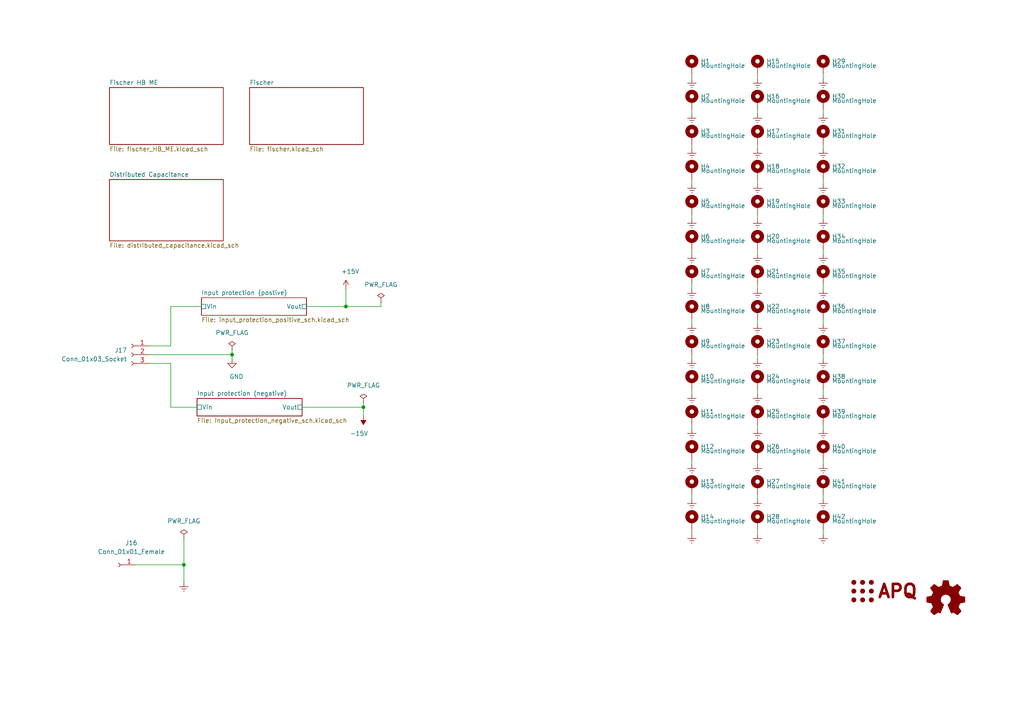
<source format=kicad_sch>
(kicad_sch (version 20230121) (generator eeschema)
  (paper "A4")
  (title_block (title "19\" DIN 41612 Backplane") (date "2020-12-05") (rev "v1.0.0") (comment 1 "Copyright (©) 2020, Patrick Baus <patrick.baus@physik.tu-darmstadt.de>") (comment 2 "Licensed under CERN OHL v.1.2"))
  (lib_symbols
    (symbol "Connector:Conn_01x01_Socket" (pin_names (offset 1.016) hide)
      (property "Reference" "J" (at 0 2.54 0))
      (property "Value" "Conn_01x01_Socket" (at 0 -2.54 0))
      (symbol "Conn_01x01_Socket_1_1"
        (polyline (pts (xy -1.27 0) (xy -0.508 0)) (stroke (width 0.1524)))
        (arc (start 0 0.508) (mid -0.5058 0) (end 0 -0.508) (stroke (width 0.1524)))
        (pin passive line (at -5.08 0 0) (length 3.81) (name "Pin_1") (number "1"))
      )
    )
    (symbol "Connector:Conn_01x03_Socket" (pin_names (offset 1.016) hide)
      (property "Reference" "J" (at 0 5.08 0))
      (property "Value" "Conn_01x03_Socket" (at 0 -5.08 0))
      (symbol "Conn_01x03_Socket_1_1"
        (arc (start 0 -2.032) (mid -0.5058 -2.54) (end 0 -3.048) (stroke (width 0.1524)))
        (polyline (pts (xy -1.27 -2.54) (xy -0.508 -2.54)) (stroke (width 0.1524)))
        (polyline (pts (xy -1.27 0) (xy -0.508 0)) (stroke (width 0.1524)))
        (polyline (pts (xy -1.27 2.54) (xy -0.508 2.54)) (stroke (width 0.1524)))
        (arc (start 0 0.508) (mid -0.5058 0) (end 0 -0.508) (stroke (width 0.1524)))
        (arc (start 0 3.048) (mid -0.5058 2.54) (end 0 2.032) (stroke (width 0.1524)))
        (pin passive line (at -5.08 2.54 0) (length 3.81) (name "Pin_1") (number "1"))
        (pin passive line (at -5.08 0 0) (length 3.81) (name "Pin_2") (number "2"))
        (pin passive line (at -5.08 -2.54 0) (length 3.81) (name "Pin_3") (number "3"))
      )
    )
    (symbol "Custom_logos:Logo_APQ" (pin_names (offset 1.016))
      (symbol "Logo_APQ_0_0"
        (text "APQ" (at 17.78 0 0) (effects (font (size 3.81 3.81) bold)))
      )
      (symbol "Logo_APQ_0_1"
        (circle (center 5.08 0) (radius 0.635) (fill (type outline)))
        (circle (center 5.08 2.54) (radius 0.635) (fill (type outline)))
        (circle (center 7.62 0) (radius 0.635) (fill (type outline)))
        (circle (center 7.62 2.54) (radius 0.635) (fill (type outline)))
        (circle (center 10.16 2.54) (radius 0.635) (fill (type outline)))
      )
      (symbol "Logo_APQ_1_1"
        (circle (center 5.08 -2.54) (radius 0.635) (fill (type outline)))
        (circle (center 7.62 -2.54) (radius 0.635) (fill (type outline)))
        (circle (center 10.16 -2.54) (radius 0.635) (fill (type outline)))
        (circle (center 10.16 0) (radius 0.635) (fill (type outline)))
      )
    )
    (symbol "Graphic:Logo_Open_Hardware_Small" (in_bom no) (on_board no)
      (symbol "Logo_Open_Hardware_Small_0_1"
        (polyline (pts (xy 3.3528 -4.3434) (xy 3.302 -4.318) (xy 3.175 -4.2418) (xy 2.9972 -4.1148) (xy 2.7686 -3.9624) (xy 2.54 -3.81) (xy 2.3622 -3.7084) (xy 2.2352 -3.6068) (xy 2.1844 -3.5814) (xy 2.159 -3.6068) (xy 2.0574 -3.6576) (xy 1.905 -3.7338) (xy 1.8034 -3.7846) (xy 1.6764 -3.8354) (xy 1.6002 -3.8354) (xy 1.6002 -3.8354) (xy 1.5494 -3.7338) (xy 1.4732 -3.5306) (xy 1.3462 -3.302) (xy 1.2446 -3.0226) (xy 1.1176 -2.7178) (xy 0.9652 -2.413) (xy 0.8636 -2.1082) (xy 0.7366 -1.8288) (xy 0.6604 -1.6256) (xy 0.6096 -1.4732) (xy 0.5842 -1.397) (xy 0.5842 -1.397) (xy 0.6604 -1.3208) (xy 0.7874 -1.2446) (xy 1.0414 -1.016) (xy 1.2954 -0.6858) (xy 1.4478 -0.3302) (xy 1.524 0.0762) (xy 1.4732 0.4572) (xy 1.3208 0.8128) (xy 1.0668 1.143) (xy 0.762 1.3716) (xy 0.4064 1.524) (xy 0 1.5748) (xy -0.381 1.5494) (xy -0.7366 1.397) (xy -1.0668 1.143) (xy -1.2192 0.9906) (xy -1.397 0.6604) (xy -1.524 0.3048) (xy -1.524 0.2286) (xy -1.4986 -0.1778) (xy -1.397 -0.5334) (xy -1.1938 -0.8636) (xy -0.9144 -1.143) (xy -0.8636 -1.1684) (xy -0.7366 -1.27) (xy -0.635 -1.3462) (xy -0.5842 -1.397) (xy -1.0668 -2.5908) (xy -1.143 -2.794) (xy -1.2954 -3.1242) (xy -1.397 -3.4036) (xy -1.4986 -3.6322) (xy -1.5748 -3.7846) (xy -1.6002 -3.8354) (xy -1.6002 -3.8354) (xy -1.651 -3.8354) (xy -1.7272 -3.81) (xy -1.905 -3.7338) (xy -2.0066 -3.683) (xy -2.1336 -3.6068) (xy -2.2098 -3.5814) (xy -2.2606 -3.6068) (xy -2.3622 -3.683) (xy -2.54 -3.81) (xy -2.7686 -3.9624) (xy -2.9718 -4.0894) (xy -3.1496 -4.2164) (xy -3.302 -4.318) (xy -3.3528 -4.3434) (xy -3.3782 -4.3434) (xy -3.429 -4.318) (xy -3.5306 -4.2164) (xy -3.7084 -4.064) (xy -3.937 -3.8354) (xy -3.9624 -3.81) (xy -4.1656 -3.6068) (xy -4.318 -3.4544) (xy -4.4196 -3.3274) (xy -4.445 -3.2766) (xy -4.445 -3.2766) (xy -4.4196 -3.2258) (xy -4.318 -3.0734) (xy -4.2164 -2.8956) (xy -4.064 -2.667) (xy -3.6576 -2.0828) (xy -3.8862 -1.5494) (xy -3.937 -1.3716) (xy -4.0386 -1.1684) (xy -4.0894 -1.0414) (xy -4.1148 -0.9652) (xy -4.191 -0.9398) (xy -4.318 -0.9144) (xy -4.5466 -0.8636) (xy -4.8006 -0.8128) (xy -5.0546 -0.7874) (xy -5.2578 -0.7366) (xy -5.4356 -0.7112) (xy -5.5118 -0.6858) (xy -5.5118 -0.6858) (xy -5.5372 -0.635) (xy -5.5372 -0.5588) (xy -5.5372 -0.4318) (xy -5.5626 -0.2286) (xy -5.5626 0.0762) (xy -5.5626 0.127) (xy -5.5372 0.4064) (xy -5.5372 0.635) (xy -5.5372 0.762) (xy -5.5372 0.8382) (xy -5.5372 0.8382) (xy -5.461 0.8382) (xy -5.3086 0.889) (xy -5.08 0.9144) (xy -4.826 0.9652) (xy -4.8006 0.9906) (xy -4.5466 1.0414) (xy -4.318 1.0668) (xy -4.1656 1.1176) (xy -4.0894 1.143) (xy -4.0894 1.143) (xy -4.0386 1.2446) (xy -3.9624 1.4224) (xy -3.8608 1.6256) (xy -3.7846 1.8288) (xy -3.7084 2.0066) (xy -3.6576 2.159) (xy -3.6322 2.2098) (xy -3.6322 2.2098) (xy -3.683 2.286) (xy -3.7592 2.413) (xy -3.8862 2.5908) (xy -4.064 2.8194) (xy -4.064 2.8448) (xy -4.2164 3.0734) (xy -4.3434 3.2512) (xy -4.4196 3.3782) (xy -4.445 3.4544) (xy -4.445 3.4544) (xy -4.3942 3.5052) (xy -4.2926 3.6322) (xy -4.1148 3.81) (xy -3.937 4.0132) (xy -3.8608 4.064) (xy -3.6576 4.2926) (xy -3.5052 4.4196) (xy -3.4036 4.4958) (xy -3.3528 4.5212) (xy -3.3528 4.5212) (xy -3.302 4.4704) (xy -3.1496 4.3688) (xy -2.9718 4.2418) (xy -2.7432 4.0894) (xy -2.7178 4.0894) (xy -2.4892 3.937) (xy -2.3114 3.81) (xy -2.1844 3.7084) (xy -2.1336 3.683) (xy -2.1082 3.683) (xy -2.032 3.7084) (xy -1.8542 3.7592) (xy -1.6764 3.8354) (xy -1.4732 3.937) (xy -1.27 4.0132) (xy -1.143 4.064) (xy -1.0668 4.1148) (xy -1.0668 4.1148) (xy -1.0414 4.191) (xy -1.016 4.3434) (xy -0.9652 4.572) (xy -0.9144 4.8514) (xy -0.889 4.9022) (xy -0.8382 5.1562) (xy -0.8128 5.3848) (xy -0.7874 5.5372) (xy -0.762 5.588) (xy -0.7112 5.6134) (xy -0.5842 5.6134) (xy -0.4064 5.6134) (xy -0.1524 5.6134) (xy 0.0762 5.6134) (xy 0.3302 5.6134) (xy 0.5334 5.6134) (xy 0.6858 5.588) (xy 0.7366 5.588) (xy 0.7366 5.588) (xy 0.762 5.5118) (xy 0.8128 5.334) (xy 0.8382 5.1054) (xy 0.9144 4.826) (xy 0.9144 4.7752) (xy 0.9652 4.5212) (xy 1.016 4.2926) (xy 1.0414 4.1402) (xy 1.0668 4.0894) (xy 1.0668 4.0894) (xy 1.1938 4.0386) (xy 1.3716 3.9624) (xy 1.5748 3.8608) (xy 2.0828 3.6576) (xy 2.7178 4.0894) (xy 2.7686 4.1402) (xy 2.9972 4.2926) (xy 3.175 4.4196) (xy 3.302 4.4958) (xy 3.3782 4.5212) (xy 3.3782 4.5212) (xy 3.429 4.4704) (xy 3.556 4.3434) (xy 3.7338 4.191) (xy 3.9116 3.9878) (xy 4.064 3.8354) (xy 4.2418 3.6576) (xy 4.3434 3.556) (xy 4.4196 3.4798) (xy 4.4196 3.429) (xy 4.4196 3.4036) (xy 4.3942 3.3274) (xy 4.2926 3.2004) (xy 4.1656 2.9972) (xy 4.0132 2.794) (xy 3.8862 2.5908) (xy 3.7592 2.3876) (xy 3.6576 2.2352) (xy 3.6322 2.159) (xy 3.6322 2.1336) (xy 3.683 2.0066) (xy 3.7592 1.8288) (xy 3.8608 1.6002) (xy 4.064 1.1176) (xy 4.3942 1.0414) (xy 4.5974 1.016) (xy 4.8768 0.9652) (xy 5.1308 0.9144) (xy 5.5372 0.8382) (xy 5.5626 -0.6604) (xy 5.4864 -0.6858) (xy 5.4356 -0.6858) (xy 5.2832 -0.7366) (xy 5.0546 -0.762) (xy 4.8006 -0.8128) (xy 4.5974 -0.8636) (xy 4.3688 -0.9144) (xy 4.2164 -0.9398) (xy 4.1402 -0.9398) (xy 4.1148 -0.9652) (xy 4.064 -1.0668) (xy 3.9878 -1.2446) (xy 3.9116 -1.4478) (xy 3.81 -1.651) (xy 3.7338 -1.8542) (xy 3.683 -2.0066) (xy 3.6576 -2.0828) (xy 3.683 -2.1336) (xy 3.7846 -2.2606) (xy 3.8862 -2.4638) (xy 4.0386 -2.667) (xy 4.191 -2.8956) (xy 4.318 -3.0734) (xy 4.3942 -3.2004) (xy 4.445 -3.2766) (xy 4.4196 -3.3274) (xy 4.3434 -3.429) (xy 4.1656 -3.5814) (xy 3.937 -3.8354) (xy 3.8862 -3.8608) (xy 3.683 -4.064) (xy 3.5306 -4.2164) (xy 3.4036 -4.318) (xy 3.3528 -4.3434)) (fill (type outline)))
      )
    )
    (symbol "Mechanical:MountingHole_Pad" (pin_numbers hide) (pin_names (offset 1.016) hide)
      (property "Reference" "H" (at 0 6.35 0))
      (property "Value" "MountingHole_Pad" (at 0 4.445 0))
      (symbol "MountingHole_Pad_0_1"
        (circle (center 0 1.27) (radius 1.27) (stroke (width 1.27)))
      )
      (symbol "MountingHole_Pad_1_1"
        (pin input line (at 0 -2.54 90) (length 2.54) (name "1") (number "1"))
      )
    )
    (symbol "power:+15V" (power) (pin_names (offset 0))
      (property "Value" "+15V" (at 0 3.556 0))
      (symbol "+15V_0_1"
        (polyline (pts (xy -0.762 1.27) (xy 0 2.54)))
        (polyline (pts (xy 0 0) (xy 0 2.54)))
        (polyline (pts (xy 0 2.54) (xy 0.762 1.27)))
      )
      (symbol "+15V_1_1"
        (pin power_in line (at 0 0 90) (length 0) hide (name "+15V") (number "1"))
      )
    )
    (symbol "power:-15V" (power) (pin_names (offset 0))
      (property "Value" "-15V" (at 0 3.81 0))
      (symbol "-15V_0_0"
        (pin power_in line (at 0 0 90) (length 0) hide (name "-15V") (number "1"))
      )
      (symbol "-15V_0_1"
        (polyline (pts (xy 0 0) (xy 0 1.27) (xy 0.762 1.27) (xy 0 2.54) (xy -0.762 1.27) (xy 0 1.27)) (fill (type outline)))
      )
    )
    (symbol "power:Earth" (power) (pin_names (offset 0))
      (symbol "Earth_0_1"
        (polyline (pts (xy -0.635 -1.905) (xy 0.635 -1.905)))
        (polyline (pts (xy -0.127 -2.54) (xy 0.127 -2.54)))
        (polyline (pts (xy 0 -1.27) (xy 0 0)))
        (polyline (pts (xy 1.27 -1.27) (xy -1.27 -1.27)))
      )
      (symbol "Earth_1_1"
        (pin power_in line (at 0 0 270) (length 0) hide (name "Earth") (number "1"))
      )
    )
    (symbol "power:GND" (power) (pin_names (offset 0))
      (property "Value" "GND" (at 0 -3.81 0))
      (symbol "GND_0_1"
        (polyline (pts (xy 0 0) (xy 0 -1.27) (xy 1.27 -1.27) (xy 0 -2.54) (xy -1.27 -1.27) (xy 0 -1.27)))
      )
      (symbol "GND_1_1"
        (pin power_in line (at 0 0 270) (length 0) hide (name "GND") (number "1"))
      )
    )
    (symbol "power:PWR_FLAG" (power) (pin_numbers hide) (pin_names (offset 0) hide)
      (property "Value" "PWR_FLAG" (at 0 3.81 0))
      (symbol "PWR_FLAG_0_0"
        (pin power_out line (at 0 0 90) (length 0) (name "pwr") (number "1"))
      )
      (symbol "PWR_FLAG_0_1"
        (polyline (pts (xy 0 0) (xy 0 1.27) (xy -1.016 1.905) (xy 0 2.54) (xy 1.016 1.905) (xy 0 1.27)))
      )
    )
  )
  (junction (at 100.33 88.9))
  (junction (at 105.41 118.11))
  (junction (at 53.34 163.83))
  (junction (at 67.31 102.87))
  (wire (pts (xy 219.71 62.23) (xy 219.71 63.5)))
  (wire (pts (xy 219.71 31.75) (xy 219.71 33.02)))
  (wire (pts (xy 39.37 163.83) (xy 53.34 163.83)))
  (wire (pts (xy 200.66 133.35) (xy 200.66 134.62)))
  (wire (pts (xy 43.18 102.87) (xy 67.31 102.87)))
  (wire (pts (xy 200.66 72.39) (xy 200.66 73.66)))
  (wire (pts (xy 200.66 52.07) (xy 200.66 53.34)))
  (wire (pts (xy 238.76 31.75) (xy 238.76 33.02)))
  (wire (pts (xy 200.66 113.03) (xy 200.66 114.3)))
  (wire (pts (xy 200.66 143.51) (xy 200.66 144.78)))
  (wire (pts (xy 238.76 102.87) (xy 238.76 104.14)))
  (wire (pts (xy 100.33 83.82) (xy 100.33 88.9)))
  (wire (pts (xy 219.71 41.91) (xy 219.71 43.18)))
  (wire (pts (xy 219.71 133.35) (xy 219.71 134.62)))
  (wire (pts (xy 219.71 102.87) (xy 219.71 104.14)))
  (wire (pts (xy 105.41 118.11) (xy 105.41 120.65)))
  (wire (pts (xy 219.71 113.03) (xy 219.71 114.3)))
  (wire (pts (xy 200.66 153.67) (xy 200.66 154.94)))
  (wire (pts (xy 53.34 156.21) (xy 53.34 163.83)))
  (wire (pts (xy 219.71 92.71) (xy 219.71 93.98)))
  (wire (pts (xy 200.66 21.59) (xy 200.66 22.86)))
  (wire (pts (xy 238.76 21.59) (xy 238.76 22.86)))
  (wire (pts (xy 200.66 123.19) (xy 200.66 124.46)))
  (wire (pts (xy 100.33 88.9) (xy 110.49 88.9)))
  (wire (pts (xy 238.76 123.19) (xy 238.76 124.46)))
  (wire (pts (xy 219.71 82.55) (xy 219.71 83.82)))
  (wire (pts (xy 238.76 153.67) (xy 238.76 154.94)))
  (wire (pts (xy 238.76 72.39) (xy 238.76 73.66)))
  (wire (pts (xy 219.71 153.67) (xy 219.71 154.94)))
  (wire (pts (xy 53.34 163.83) (xy 53.34 168.91)))
  (wire (pts (xy 238.76 143.51) (xy 238.76 144.78)))
  (wire (pts (xy 49.53 100.33) (xy 43.18 100.33)))
  (wire (pts (xy 238.76 62.23) (xy 238.76 63.5)))
  (wire (pts (xy 49.53 105.41) (xy 43.18 105.41)))
  (wire (pts (xy 219.71 123.19) (xy 219.71 124.46)))
  (wire (pts (xy 238.76 82.55) (xy 238.76 83.82)))
  (wire (pts (xy 200.66 92.71) (xy 200.66 93.98)))
  (wire (pts (xy 200.66 82.55) (xy 200.66 83.82)))
  (wire (pts (xy 238.76 133.35) (xy 238.76 134.62)))
  (wire (pts (xy 67.31 101.6) (xy 67.31 102.87)))
  (wire (pts (xy 110.49 88.9) (xy 110.49 87.63)))
  (wire (pts (xy 49.53 88.9) (xy 58.42 88.9)))
  (wire (pts (xy 219.71 72.39) (xy 219.71 73.66)))
  (wire (pts (xy 88.9 88.9) (xy 100.33 88.9)))
  (wire (pts (xy 238.76 52.07) (xy 238.76 53.34)))
  (wire (pts (xy 219.71 52.07) (xy 219.71 53.34)))
  (wire (pts (xy 200.66 31.75) (xy 200.66 33.02)))
  (wire (pts (xy 238.76 41.91) (xy 238.76 43.18)))
  (wire (pts (xy 200.66 102.87) (xy 200.66 104.14)))
  (wire (pts (xy 87.63 118.11) (xy 105.41 118.11)))
  (wire (pts (xy 219.71 21.59) (xy 219.71 22.86)))
  (wire (pts (xy 219.71 143.51) (xy 219.71 144.78)))
  (wire (pts (xy 200.66 62.23) (xy 200.66 63.5)))
  (wire (pts (xy 49.53 118.11) (xy 57.15 118.11)))
  (wire (pts (xy 200.66 41.91) (xy 200.66 43.18)))
  (wire (pts (xy 105.41 116.84) (xy 105.41 118.11)))
  (wire (pts (xy 49.53 88.9) (xy 49.53 100.33)))
  (wire (pts (xy 49.53 118.11) (xy 49.53 105.41)))
  (wire (pts (xy 238.76 92.71) (xy 238.76 93.98)))
  (wire (pts (xy 67.31 102.87) (xy 67.31 104.14)))
  (wire (pts (xy 238.76 113.03) (xy 238.76 114.3)))
  (symbol (lib_id "Graphic:Logo_Open_Hardware_Small") (at 274.32 173.99 0) (unit 1) (in_bom no)
    (property "Reference" "LOGO2" (effects hide))
    (property "Value" "Logo_Open_Hardware_Small" (effects hide))
    (property "Footprint" "Symbol:OSHW-Logo_7.5x8mm_SilkScreen" (effects hide))
  )
  (symbol (lib_id "Custom_logos:Logo_APQ") (at 242.57 171.45 0) (unit 1) (in_bom no)
    (property "Reference" "LOGO1" (effects hide))
    (property "Value" "Logo_APQ" (effects hide))
    (property "Footprint" "Custom_footprints_project:APQ-Logo_small" (effects hide))
    (property "DNP" "1" (effects hide))
  )
  (symbol (lib_id "Mechanical:MountingHole_Pad") (at 200.66 19.05 0) (unit 1) (in_bom no)
    (property "Reference" "H1" (at 203.2 17.78 0) (effects (justify left)))
    (property "Value" "MountingHole" (at 203.2 19.05 0) (effects (justify left)))
    (property "Footprint" "MountingHole:MountingHole_2.7mm_M2.5_DIN965_Pad" (effects hide))
  )
  (symbol (lib_id "Mechanical:MountingHole_Pad") (at 200.66 29.21 0) (unit 1)
    (property "Reference" "H2" (at 203.2 27.94 0) (effects (justify left)))
    (property "Value" "MountingHole" (at 203.2 29.21 0) (effects (justify left)))
    (property "Footprint" "MountingHole:MountingHole_2.7mm_M2.5_DIN965_Pad" (effects hide))
  )
  (symbol (lib_id "Mechanical:MountingHole_Pad") (at 219.71 19.05 0) (unit 1) (in_bom no)
    (property "Reference" "H15" (at 222.25 17.78 0) (effects (justify left)))
    (property "Value" "MountingHole" (at 222.25 19.05 0) (effects (justify left)))
    (property "Footprint" "MountingHole:MountingHole_2.7mm_M2.5_DIN965_Pad" (effects hide))
  )
  (symbol (lib_id "Mechanical:MountingHole_Pad") (at 219.71 29.21 0) (unit 1)
    (property "Reference" "H16" (at 222.25 27.94 0) (effects (justify left)))
    (property "Value" "MountingHole" (at 222.25 29.21 0) (effects (justify left)))
    (property "Footprint" "MountingHole:MountingHole_2.7mm_M2.5_DIN965_Pad" (effects hide))
  )
  (symbol (lib_id "Mechanical:MountingHole_Pad") (at 238.76 19.05 0) (unit 1) (in_bom no)
    (property "Reference" "H29" (at 241.3 17.78 0) (effects (justify left)))
    (property "Value" "MountingHole" (at 241.3 19.05 0) (effects (justify left)))
    (property "Footprint" "MountingHole:MountingHole_2.7mm_M2.5_DIN965_Pad" (effects hide))
  )
  (symbol (lib_id "Mechanical:MountingHole_Pad") (at 238.76 29.21 0) (unit 1)
    (property "Reference" "H30" (at 241.3 27.94 0) (effects (justify left)))
    (property "Value" "MountingHole" (at 241.3 29.21 0) (effects (justify left)))
    (property "Footprint" "MountingHole:MountingHole_2.7mm_M2.5_DIN965_Pad" (effects hide))
  )
  (symbol (lib_id "Mechanical:MountingHole_Pad") (at 200.66 39.37 0) (unit 1)
    (property "Reference" "H3" (at 203.2 38.1 0) (effects (justify left)))
    (property "Value" "MountingHole" (at 203.2 39.37 0) (effects (justify left)))
    (property "Footprint" "MountingHole:MountingHole_2.7mm_M2.5_DIN965_Pad" (effects hide))
  )
  (symbol (lib_id "Mechanical:MountingHole_Pad") (at 200.66 49.53 0) (unit 1)
    (property "Reference" "H4" (at 203.2 48.26 0) (effects (justify left)))
    (property "Value" "MountingHole" (at 203.2 49.53 0) (effects (justify left)))
    (property "Footprint" "MountingHole:MountingHole_2.7mm_M2.5_DIN965_Pad" (effects hide))
  )
  (symbol (lib_id "Mechanical:MountingHole_Pad") (at 219.71 39.37 0) (unit 1)
    (property "Reference" "H17" (at 222.25 38.1 0) (effects (justify left)))
    (property "Value" "MountingHole" (at 222.25 39.37 0) (effects (justify left)))
    (property "Footprint" "MountingHole:MountingHole_2.7mm_M2.5_DIN965_Pad" (effects hide))
  )
  (symbol (lib_id "Mechanical:MountingHole_Pad") (at 219.71 49.53 0) (unit 1)
    (property "Reference" "H18" (at 222.25 48.26 0) (effects (justify left)))
    (property "Value" "MountingHole" (at 222.25 49.53 0) (effects (justify left)))
    (property "Footprint" "MountingHole:MountingHole_2.7mm_M2.5_DIN965_Pad" (effects hide))
  )
  (symbol (lib_id "Mechanical:MountingHole_Pad") (at 238.76 39.37 0) (unit 1)
    (property "Reference" "H31" (at 241.3 38.1 0) (effects (justify left)))
    (property "Value" "MountingHole" (at 241.3 39.37 0) (effects (justify left)))
    (property "Footprint" "MountingHole:MountingHole_2.7mm_M2.5_DIN965_Pad" (effects hide))
  )
  (symbol (lib_id "Mechanical:MountingHole_Pad") (at 238.76 49.53 0) (unit 1)
    (property "Reference" "H32" (at 241.3 48.26 0) (effects (justify left)))
    (property "Value" "MountingHole" (at 241.3 49.53 0) (effects (justify left)))
    (property "Footprint" "MountingHole:MountingHole_2.7mm_M2.5_DIN965_Pad" (effects hide))
  )
  (symbol (lib_id "Mechanical:MountingHole_Pad") (at 200.66 59.69 0) (unit 1)
    (property "Reference" "H5" (at 203.2 58.42 0) (effects (justify left)))
    (property "Value" "MountingHole" (at 203.2 59.69 0) (effects (justify left)))
    (property "Footprint" "MountingHole:MountingHole_2.7mm_M2.5_DIN965_Pad" (effects hide))
  )
  (symbol (lib_id "Mechanical:MountingHole_Pad") (at 200.66 69.85 0) (unit 1)
    (property "Reference" "H6" (at 203.2 68.58 0) (effects (justify left)))
    (property "Value" "MountingHole" (at 203.2 69.85 0) (effects (justify left)))
    (property "Footprint" "MountingHole:MountingHole_2.7mm_M2.5_DIN965_Pad" (effects hide))
  )
  (symbol (lib_id "Mechanical:MountingHole_Pad") (at 219.71 59.69 0) (unit 1)
    (property "Reference" "H19" (at 222.25 58.42 0) (effects (justify left)))
    (property "Value" "MountingHole" (at 222.25 59.69 0) (effects (justify left)))
    (property "Footprint" "MountingHole:MountingHole_2.7mm_M2.5_DIN965_Pad" (effects hide))
  )
  (symbol (lib_id "Mechanical:MountingHole_Pad") (at 219.71 69.85 0) (unit 1)
    (property "Reference" "H20" (at 222.25 68.58 0) (effects (justify left)))
    (property "Value" "MountingHole" (at 222.25 69.85 0) (effects (justify left)))
    (property "Footprint" "MountingHole:MountingHole_2.7mm_M2.5_DIN965_Pad" (effects hide))
  )
  (symbol (lib_id "Mechanical:MountingHole_Pad") (at 238.76 59.69 0) (unit 1)
    (property "Reference" "H33" (at 241.3 58.42 0) (effects (justify left)))
    (property "Value" "MountingHole" (at 241.3 59.69 0) (effects (justify left)))
    (property "Footprint" "MountingHole:MountingHole_2.7mm_M2.5_DIN965_Pad" (effects hide))
  )
  (symbol (lib_id "Mechanical:MountingHole_Pad") (at 238.76 69.85 0) (unit 1)
    (property "Reference" "H34" (at 241.3 68.58 0) (effects (justify left)))
    (property "Value" "MountingHole" (at 241.3 69.85 0) (effects (justify left)))
    (property "Footprint" "MountingHole:MountingHole_2.7mm_M2.5_DIN965_Pad" (effects hide))
  )
  (symbol (lib_id "Mechanical:MountingHole_Pad") (at 200.66 80.01 0) (unit 1)
    (property "Reference" "H7" (at 203.2 78.74 0) (effects (justify left)))
    (property "Value" "MountingHole" (at 203.2 80.01 0) (effects (justify left)))
    (property "Footprint" "MountingHole:MountingHole_2.7mm_M2.5_DIN965_Pad" (effects hide))
  )
  (symbol (lib_id "Mechanical:MountingHole_Pad") (at 200.66 90.17 0) (unit 1)
    (property "Reference" "H8" (at 203.2 88.9 0) (effects (justify left)))
    (property "Value" "MountingHole" (at 203.2 90.17 0) (effects (justify left)))
    (property "Footprint" "MountingHole:MountingHole_2.7mm_M2.5_DIN965_Pad" (effects hide))
  )
  (symbol (lib_id "Mechanical:MountingHole_Pad") (at 219.71 80.01 0) (unit 1)
    (property "Reference" "H21" (at 222.25 78.74 0) (effects (justify left)))
    (property "Value" "MountingHole" (at 222.25 80.01 0) (effects (justify left)))
    (property "Footprint" "MountingHole:MountingHole_2.7mm_M2.5_DIN965_Pad" (effects hide))
  )
  (symbol (lib_id "Mechanical:MountingHole_Pad") (at 219.71 90.17 0) (unit 1)
    (property "Reference" "H22" (at 222.25 88.9 0) (effects (justify left)))
    (property "Value" "MountingHole" (at 222.25 90.17 0) (effects (justify left)))
    (property "Footprint" "MountingHole:MountingHole_2.7mm_M2.5_DIN965_Pad" (effects hide))
  )
  (symbol (lib_id "Mechanical:MountingHole_Pad") (at 238.76 80.01 0) (unit 1)
    (property "Reference" "H35" (at 241.3 78.74 0) (effects (justify left)))
    (property "Value" "MountingHole" (at 241.3 80.01 0) (effects (justify left)))
    (property "Footprint" "MountingHole:MountingHole_2.7mm_M2.5_DIN965_Pad" (effects hide))
  )
  (symbol (lib_id "Mechanical:MountingHole_Pad") (at 238.76 90.17 0) (unit 1)
    (property "Reference" "H36" (at 241.3 88.9 0) (effects (justify left)))
    (property "Value" "MountingHole" (at 241.3 90.17 0) (effects (justify left)))
    (property "Footprint" "MountingHole:MountingHole_2.7mm_M2.5_DIN965_Pad" (effects hide))
  )
  (symbol (lib_id "Mechanical:MountingHole_Pad") (at 200.66 100.33 0) (unit 1)
    (property "Reference" "H9" (at 203.2 99.06 0) (effects (justify left)))
    (property "Value" "MountingHole" (at 203.2 100.33 0) (effects (justify left)))
    (property "Footprint" "MountingHole:MountingHole_2.7mm_M2.5_DIN965_Pad" (effects hide))
  )
  (symbol (lib_id "Mechanical:MountingHole_Pad") (at 200.66 110.49 0) (unit 1)
    (property "Reference" "H10" (at 203.2 109.22 0) (effects (justify left)))
    (property "Value" "MountingHole" (at 203.2 110.49 0) (effects (justify left)))
    (property "Footprint" "MountingHole:MountingHole_2.7mm_M2.5_DIN965_Pad" (effects hide))
  )
  (symbol (lib_id "Mechanical:MountingHole_Pad") (at 219.71 100.33 0) (unit 1)
    (property "Reference" "H23" (at 222.25 99.06 0) (effects (justify left)))
    (property "Value" "MountingHole" (at 222.25 100.33 0) (effects (justify left)))
    (property "Footprint" "MountingHole:MountingHole_2.7mm_M2.5_DIN965_Pad" (effects hide))
  )
  (symbol (lib_id "Mechanical:MountingHole_Pad") (at 219.71 110.49 0) (unit 1)
    (property "Reference" "H24" (at 222.25 109.22 0) (effects (justify left)))
    (property "Value" "MountingHole" (at 222.25 110.49 0) (effects (justify left)))
    (property "Footprint" "MountingHole:MountingHole_2.7mm_M2.5_DIN965_Pad" (effects hide))
  )
  (symbol (lib_id "Mechanical:MountingHole_Pad") (at 238.76 100.33 0) (unit 1)
    (property "Reference" "H37" (at 241.3 99.06 0) (effects (justify left)))
    (property "Value" "MountingHole" (at 241.3 100.33 0) (effects (justify left)))
    (property "Footprint" "MountingHole:MountingHole_2.7mm_M2.5_DIN965_Pad" (effects hide))
  )
  (symbol (lib_id "Mechanical:MountingHole_Pad") (at 238.76 110.49 0) (unit 1)
    (property "Reference" "H38" (at 241.3 109.22 0) (effects (justify left)))
    (property "Value" "MountingHole" (at 241.3 110.49 0) (effects (justify left)))
    (property "Footprint" "MountingHole:MountingHole_2.7mm_M2.5_DIN965_Pad" (effects hide))
  )
  (symbol (lib_id "Mechanical:MountingHole_Pad") (at 200.66 120.65 0) (unit 1)
    (property "Reference" "H11" (at 203.2 119.38 0) (effects (justify left)))
    (property "Value" "MountingHole" (at 203.2 120.65 0) (effects (justify left)))
    (property "Footprint" "MountingHole:MountingHole_2.7mm_M2.5_DIN965_Pad" (effects hide))
  )
  (symbol (lib_id "Mechanical:MountingHole_Pad") (at 200.66 130.81 0) (unit 1)
    (property "Reference" "H12" (at 203.2 129.54 0) (effects (justify left)))
    (property "Value" "MountingHole" (at 203.2 130.81 0) (effects (justify left)))
    (property "Footprint" "MountingHole:MountingHole_2.7mm_M2.5_DIN965_Pad" (effects hide))
  )
  (symbol (lib_id "Mechanical:MountingHole_Pad") (at 219.71 120.65 0) (unit 1)
    (property "Reference" "H25" (at 222.25 119.38 0) (effects (justify left)))
    (property "Value" "MountingHole" (at 222.25 120.65 0) (effects (justify left)))
    (property "Footprint" "MountingHole:MountingHole_2.7mm_M2.5_DIN965_Pad" (effects hide))
  )
  (symbol (lib_id "Mechanical:MountingHole_Pad") (at 219.71 130.81 0) (unit 1)
    (property "Reference" "H26" (at 222.25 129.54 0) (effects (justify left)))
    (property "Value" "MountingHole" (at 222.25 130.81 0) (effects (justify left)))
    (property "Footprint" "MountingHole:MountingHole_2.7mm_M2.5_DIN965_Pad" (effects hide))
  )
  (symbol (lib_id "Mechanical:MountingHole_Pad") (at 238.76 120.65 0) (unit 1)
    (property "Reference" "H39" (at 241.3 119.38 0) (effects (justify left)))
    (property "Value" "MountingHole" (at 241.3 120.65 0) (effects (justify left)))
    (property "Footprint" "MountingHole:MountingHole_2.7mm_M2.5_DIN965_Pad" (effects hide))
  )
  (symbol (lib_id "Mechanical:MountingHole_Pad") (at 238.76 130.81 0) (unit 1)
    (property "Reference" "H40" (at 241.3 129.54 0) (effects (justify left)))
    (property "Value" "MountingHole" (at 241.3 130.81 0) (effects (justify left)))
    (property "Footprint" "MountingHole:MountingHole_2.7mm_M2.5_DIN965_Pad" (effects hide))
  )
  (symbol (lib_id "Mechanical:MountingHole_Pad") (at 200.66 140.97 0) (unit 1)
    (property "Reference" "H13" (at 203.2 139.7 0) (effects (justify left)))
    (property "Value" "MountingHole" (at 203.2 140.97 0) (effects (justify left)))
    (property "Footprint" "MountingHole:MountingHole_2.7mm_M2.5_DIN965_Pad" (effects hide))
  )
  (symbol (lib_id "Mechanical:MountingHole_Pad") (at 200.66 151.13 0) (unit 1)
    (property "Reference" "H14" (at 203.2 149.86 0) (effects (justify left)))
    (property "Value" "MountingHole" (at 203.2 151.13 0) (effects (justify left)))
    (property "Footprint" "MountingHole:MountingHole_2.7mm_M2.5_DIN965_Pad" (effects hide))
  )
  (symbol (lib_id "Mechanical:MountingHole_Pad") (at 219.71 140.97 0) (unit 1)
    (property "Reference" "H27" (at 222.25 139.7 0) (effects (justify left)))
    (property "Value" "MountingHole" (at 222.25 140.97 0) (effects (justify left)))
    (property "Footprint" "MountingHole:MountingHole_2.7mm_M2.5_DIN965_Pad" (effects hide))
  )
  (symbol (lib_id "Mechanical:MountingHole_Pad") (at 219.71 151.13 0) (unit 1)
    (property "Reference" "H28" (at 222.25 149.86 0) (effects (justify left)))
    (property "Value" "MountingHole" (at 222.25 151.13 0) (effects (justify left)))
    (property "Footprint" "MountingHole:MountingHole_2.7mm_M2.5_DIN965_Pad" (effects hide))
  )
  (symbol (lib_id "Mechanical:MountingHole_Pad") (at 238.76 140.97 0) (unit 1)
    (property "Reference" "H41" (at 241.3 139.7 0) (effects (justify left)))
    (property "Value" "MountingHole" (at 241.3 140.97 0) (effects (justify left)))
    (property "Footprint" "MountingHole:MountingHole_2.7mm_M2.5_DIN965_Pad" (effects hide))
  )
  (symbol (lib_id "Mechanical:MountingHole_Pad") (at 238.76 151.13 0) (unit 1)
    (property "Reference" "H42" (at 241.3 149.86 0) (effects (justify left)))
    (property "Value" "MountingHole" (at 241.3 151.13 0) (effects (justify left)))
    (property "Footprint" "MountingHole:MountingHole_2.7mm_M2.5_DIN965_Pad" (effects hide))
  )
  (symbol (lib_id "power:Earth") (at 200.66 22.86 0) (unit 1)
    (property "Reference" "#PWR0119" (effects hide))
    (property "Value" "Earth" (effects hide))
  )
  (symbol (lib_id "power:Earth") (at 219.71 22.86 0) (unit 1)
    (property "Reference" "#PWR0120" (effects hide))
    (property "Value" "Earth" (effects hide))
  )
  (symbol (lib_id "power:Earth") (at 238.76 22.86 0) (unit 1)
    (property "Reference" "#PWR0121" (effects hide))
    (property "Value" "Earth" (effects hide))
  )
  (symbol (lib_id "power:Earth") (at 219.71 33.02 0) (unit 1)
    (property "Reference" "#PWR0122" (effects hide))
    (property "Value" "Earth" (effects hide))
  )
  (symbol (lib_id "power:Earth") (at 238.76 33.02 0) (unit 1)
    (property "Reference" "#PWR0123" (effects hide))
    (property "Value" "Earth" (effects hide))
  )
  (symbol (lib_id "power:Earth") (at 200.66 33.02 0) (unit 1)
    (property "Reference" "#PWR0124" (effects hide))
    (property "Value" "Earth" (effects hide))
  )
  (symbol (lib_id "power:Earth") (at 219.71 43.18 0) (unit 1)
    (property "Reference" "#PWR0125" (effects hide))
    (property "Value" "Earth" (effects hide))
  )
  (symbol (lib_id "power:Earth") (at 238.76 43.18 0) (unit 1)
    (property "Reference" "#PWR0126" (effects hide))
    (property "Value" "Earth" (effects hide))
  )
  (symbol (lib_id "power:Earth") (at 200.66 43.18 0) (unit 1)
    (property "Reference" "#PWR0127" (effects hide))
    (property "Value" "Earth" (effects hide))
  )
  (symbol (lib_id "power:Earth") (at 219.71 53.34 0) (unit 1)
    (property "Reference" "#PWR0128" (effects hide))
    (property "Value" "Earth" (effects hide))
  )
  (symbol (lib_id "power:Earth") (at 238.76 53.34 0) (unit 1)
    (property "Reference" "#PWR0129" (effects hide))
    (property "Value" "Earth" (effects hide))
  )
  (symbol (lib_id "power:Earth") (at 200.66 53.34 0) (unit 1)
    (property "Reference" "#PWR0130" (effects hide))
    (property "Value" "Earth" (effects hide))
  )
  (symbol (lib_id "power:Earth") (at 219.71 63.5 0) (unit 1)
    (property "Reference" "#PWR0131" (effects hide))
    (property "Value" "Earth" (effects hide))
  )
  (symbol (lib_id "power:Earth") (at 238.76 63.5 0) (unit 1)
    (property "Reference" "#PWR0132" (effects hide))
    (property "Value" "Earth" (effects hide))
  )
  (symbol (lib_id "power:Earth") (at 200.66 63.5 0) (unit 1)
    (property "Reference" "#PWR0133" (effects hide))
    (property "Value" "Earth" (effects hide))
  )
  (symbol (lib_id "power:Earth") (at 219.71 73.66 0) (unit 1)
    (property "Reference" "#PWR0134" (effects hide))
    (property "Value" "Earth" (effects hide))
  )
  (symbol (lib_id "power:Earth") (at 238.76 73.66 0) (unit 1)
    (property "Reference" "#PWR0135" (effects hide))
    (property "Value" "Earth" (effects hide))
  )
  (symbol (lib_id "power:Earth") (at 200.66 73.66 0) (unit 1)
    (property "Reference" "#PWR0136" (effects hide))
    (property "Value" "Earth" (effects hide))
  )
  (symbol (lib_id "power:Earth") (at 219.71 83.82 0) (unit 1)
    (property "Reference" "#PWR0137" (effects hide))
    (property "Value" "Earth" (effects hide))
  )
  (symbol (lib_id "power:Earth") (at 238.76 83.82 0) (unit 1)
    (property "Reference" "#PWR0138" (effects hide))
    (property "Value" "Earth" (effects hide))
  )
  (symbol (lib_id "power:Earth") (at 200.66 83.82 0) (unit 1)
    (property "Reference" "#PWR0139" (effects hide))
    (property "Value" "Earth" (effects hide))
  )
  (symbol (lib_id "power:Earth") (at 219.71 93.98 0) (unit 1)
    (property "Reference" "#PWR0140" (effects hide))
    (property "Value" "Earth" (effects hide))
  )
  (symbol (lib_id "power:Earth") (at 238.76 93.98 0) (unit 1)
    (property "Reference" "#PWR0141" (effects hide))
    (property "Value" "Earth" (effects hide))
  )
  (symbol (lib_id "power:Earth") (at 200.66 93.98 0) (unit 1)
    (property "Reference" "#PWR0142" (effects hide))
    (property "Value" "Earth" (effects hide))
  )
  (symbol (lib_id "power:Earth") (at 219.71 104.14 0) (unit 1)
    (property "Reference" "#PWR0143" (effects hide))
    (property "Value" "Earth" (effects hide))
  )
  (symbol (lib_id "power:Earth") (at 238.76 104.14 0) (unit 1)
    (property "Reference" "#PWR0144" (effects hide))
    (property "Value" "Earth" (effects hide))
  )
  (symbol (lib_id "power:Earth") (at 200.66 104.14 0) (unit 1)
    (property "Reference" "#PWR0145" (effects hide))
    (property "Value" "Earth" (effects hide))
  )
  (symbol (lib_id "power:Earth") (at 219.71 114.3 0) (unit 1)
    (property "Reference" "#PWR0146" (effects hide))
    (property "Value" "Earth" (effects hide))
  )
  (symbol (lib_id "power:Earth") (at 238.76 114.3 0) (unit 1)
    (property "Reference" "#PWR0147" (effects hide))
    (property "Value" "Earth" (effects hide))
  )
  (symbol (lib_id "power:Earth") (at 200.66 114.3 0) (unit 1)
    (property "Reference" "#PWR0148" (effects hide))
    (property "Value" "Earth" (effects hide))
  )
  (symbol (lib_id "power:Earth") (at 219.71 124.46 0) (unit 1)
    (property "Reference" "#PWR0149" (effects hide))
    (property "Value" "Earth" (effects hide))
  )
  (symbol (lib_id "power:Earth") (at 238.76 124.46 0) (unit 1)
    (property "Reference" "#PWR0150" (effects hide))
    (property "Value" "Earth" (effects hide))
  )
  (symbol (lib_id "power:Earth") (at 200.66 124.46 0) (unit 1)
    (property "Reference" "#PWR0151" (effects hide))
    (property "Value" "Earth" (effects hide))
  )
  (symbol (lib_id "power:Earth") (at 219.71 134.62 0) (unit 1)
    (property "Reference" "#PWR0152" (effects hide))
    (property "Value" "Earth" (effects hide))
  )
  (symbol (lib_id "power:Earth") (at 238.76 134.62 0) (unit 1)
    (property "Reference" "#PWR0153" (effects hide))
    (property "Value" "Earth" (effects hide))
  )
  (symbol (lib_id "power:Earth") (at 200.66 134.62 0) (unit 1)
    (property "Reference" "#PWR0154" (effects hide))
    (property "Value" "Earth" (effects hide))
  )
  (symbol (lib_id "power:Earth") (at 219.71 144.78 0) (unit 1)
    (property "Reference" "#PWR0155" (effects hide))
    (property "Value" "Earth" (effects hide))
  )
  (symbol (lib_id "power:Earth") (at 238.76 144.78 0) (unit 1)
    (property "Reference" "#PWR0156" (effects hide))
    (property "Value" "Earth" (effects hide))
  )
  (symbol (lib_id "power:Earth") (at 200.66 144.78 0) (unit 1)
    (property "Reference" "#PWR0157" (effects hide))
    (property "Value" "Earth" (effects hide))
  )
  (symbol (lib_id "power:Earth") (at 219.71 154.94 0) (unit 1)
    (property "Reference" "#PWR0158" (effects hide))
    (property "Value" "Earth" (effects hide))
  )
  (symbol (lib_id "power:Earth") (at 238.76 154.94 0) (unit 1)
    (property "Reference" "#PWR0159" (effects hide))
    (property "Value" "Earth" (effects hide))
  )
  (symbol (lib_id "power:Earth") (at 200.66 154.94 0) (unit 1)
    (property "Reference" "#PWR0160" (effects hide))
    (property "Value" "Earth" (effects hide))
  )
  (symbol (lib_id "Connector:Conn_01x01_Socket") (at 34.29 163.83 180) (unit 1)
    (property "Reference" "J16" (at 38.1 157.48 0))
    (property "Value" "Conn_01x01_Female" (at 38.1 160.02 0))
    (property "Footprint" "Custom_footprints:Schuetzinger_4mm_Jack" (effects hide))
    (property "MFN" "Schützinger" (effects hide))
    (property "PN" "SWEB 8094 AU / GN" (effects hide))
    (property "Alternative" "Cliff FCR7350G" (effects hide))
  )
  (symbol (lib_id "power:Earth") (at 53.34 168.91 0) (unit 1)
    (property "Reference" "#PWR0187" (effects hide))
    (property "Value" "Earth" (effects hide))
  )
  (symbol (lib_id "power:PWR_FLAG") (at 53.34 156.21 0) (unit 1)
    (property "Reference" "#FLG0101" (effects hide))
    (property "Value" "PWR_FLAG" (at 53.34 151.13 0))
  )
  (symbol (lib_id "power:+15V") (at 100.33 83.82 0) (unit 1)
    (property "Reference" "#PWR0188" (effects hide))
    (property "Value" "+15V" (at 101.6 78.74 0))
  )
  (symbol (lib_id "power:PWR_FLAG") (at 110.49 87.63 0) (unit 1)
    (property "Reference" "#FLG0102" (effects hide))
    (property "Value" "PWR_FLAG" (at 110.49 82.55 0))
  )
  (symbol (lib_id "power:-15V") (at 105.41 120.65 180) (unit 1)
    (property "Reference" "#PWR0189" (effects hide))
    (property "Value" "-15V" (at 104.14 125.73 0))
  )
  (symbol (lib_id "power:PWR_FLAG") (at 105.41 116.84 0) (unit 1)
    (property "Reference" "#FLG0103" (effects hide))
    (property "Value" "PWR_FLAG" (at 105.41 111.76 0))
  )
  (symbol (lib_id "power:GND") (at 67.31 104.14 0) (unit 1)
    (property "Reference" "#PWR0190" (effects hide))
    (property "Value" "GND" (at 68.58 109.22 0))
  )
  (symbol (lib_id "power:PWR_FLAG") (at 67.31 101.6 0) (unit 1)
    (property "Reference" "#FLG0104" (effects hide))
    (property "Value" "PWR_FLAG" (at 67.31 96.52 0))
  )
  (symbol (lib_id "Connector:Conn_01x03_Socket") (at 38.1 102.87 0) (mirror y) (unit 1)
    (property "Reference" "J17" (at 36.83 101.6 0) (effects (justify left)))
    (property "Value" "Conn_01x03_Socket" (at 36.83 104.14 0) (effects (justify left)))
    (property "Footprint" "Connector_Phoenix_MSTB:PhoenixContact_MSTBVA_2,5_3-G-5,08_1x03_P5.08mm_Vertical" (effects hide))
    (property "MFN" "Phoenix Contact" (effects hide))
    (property "PN" "1924318" (effects hide))
  )
  (sheet (at 31.75 25.4) (size 33.02 16.51)
    (property "Sheetname" "Fischer HB ME" (at 31.75 24.6884 0) (effects (justify left bottom)))
    (property "Sheetfile" "fischer_HB_ME.kicad_sch" (at 31.75 42.4946 0) (effects (justify left top)))
  )
  (sheet (at 72.39 25.4) (size 33.02 16.51)
    (property "Sheetname" "Fischer" (at 72.39 24.6884 0) (effects (justify left bottom)))
    (property "Sheetfile" "fischer.kicad_sch" (at 72.39 42.4946 0) (effects (justify left top)))
  )
  (sheet (at 31.75 52.07) (size 33.02 17.78)
    (property "Sheetname" "Distributed Capacitance" (at 31.75 51.3584 0) (effects (justify left bottom)))
    (property "Sheetfile" "distributed_capacitance.kicad_sch" (at 31.75 70.4346 0) (effects (justify left top)))
  )
  (sheet (at 57.15 115.57) (size 30.48 5.08) (stroke (width 0.1524))
    (property "Sheetname" "Input protection (negative)" (at 57.15 114.8584 0) (effects (justify left bottom)))
    (property "Sheetfile" "input_protection_negative_sch.kicad_sch" (at 57.15 121.2346 0) (effects (justify left top)))
    (pin "Vin" passive (at 57.15 118.11 180))
    (pin "Vout" passive (at 87.63 118.11 0))
  )
  (sheet (at 58.42 86.36) (size 30.48 5.08) (stroke (width 0.1524))
    (property "Sheetname" "Input protection (postive)" (at 58.42 85.6484 0) (effects (justify left bottom)))
    (property "Sheetfile" "input_protection_positive_sch.kicad_sch" (at 58.42 92.0246 0) (effects (justify left top)))
    (pin "Vin" passive (at 58.42 88.9 180))
    (pin "Vout" passive (at 88.9 88.9 0))
  )
)
</source>
